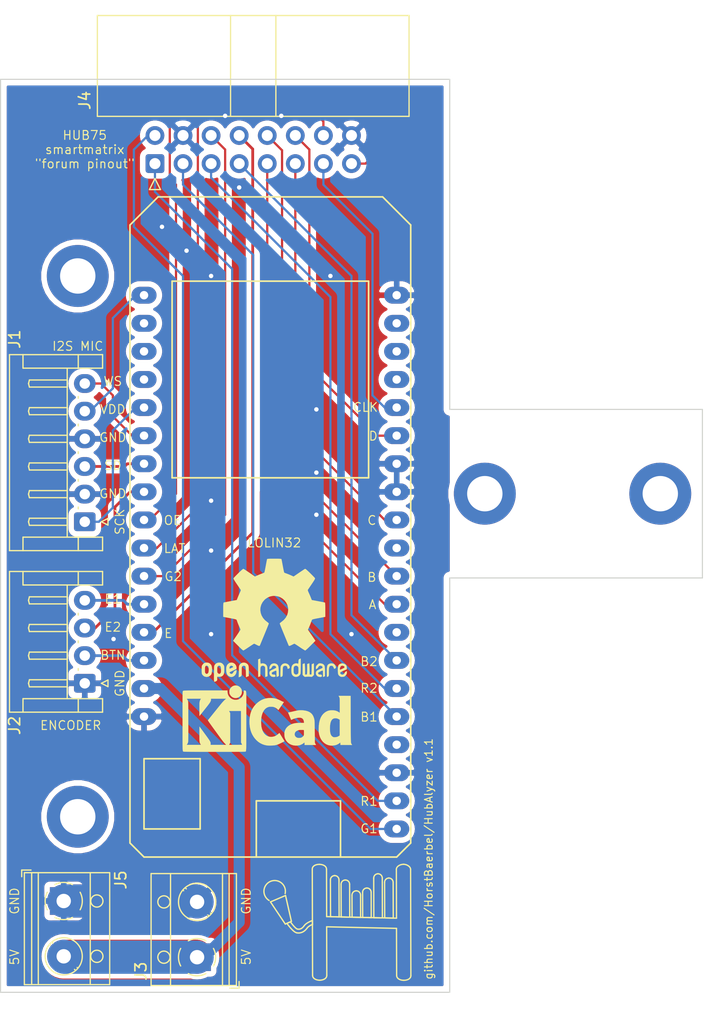
<source format=kicad_pcb>
(kicad_pcb (version 20171130) (host pcbnew 5.1.10)
  (layers (0 Front signal) (31 Back signal) (34 B.Paste user) (35 F.Paste user) (36 B.SilkS user) (37 F.SilkS user) (38 B.Mask user) (39 F.Mask user) (44 Edge.Cuts user))
  (net 0 "")
  (net 1 "Net-(U1-Pad33)")
  (net 2 "Net-(U1-Pad29)")
  (net 3 "Net-(U1-Pad26)")
  (net 4 "Net-(U1-Pad20)")
  (net 5 "Net-(U1-Pad19)")
  (net 6 "Net-(U1-Pad18)")
  (net 7 "Net-(U1-Pad4)")
  (net 8 "Net-(U1-Pad3)")
  (net 9 "Net-(U1-Pad2)")
  (net 10 GND)
  (net 11 +5V)
  (net 12 /R1)
  (net 13 /LAT)
  (net 14 /D)
  (net 15 /B)
  (net 16 /G2)
  (net 17 /G1)
  (net 18 /OE)
  (net 19 /CLK)
  (net 20 /C)
  (net 21 /A)
  (net 22 /B2)
  (net 23 /R2)
  (net 24 /B1)
  (net 25 /WS)
  (net 26 /VDD)
  (net 27 /SD)
  (net 28 /SCK)
  (net 29 /BTN)
  (net 30 /E1)
  (net 31 /E2)
  (net 32 /E)
  (module Symbol:OSHW-Logo2_14.6x12mm_SilkScreen (layer Front) (at 81.28 92.71)
    (fp_text reference H5 hide)
    (fp_text value "OH logo" hide)
  )
  (module Symbol:KiCad-Logo_6mm_SilkScreen (layer Front) (at 80.645 101.6)
    (fp_text reference H6 hide)
    (fp_text value "KiCad logo" hide)
  )
  (module Connector_JST:JST_EH_S4B-EH_1x04_P2.50mm_Horizontal (layer Front) (at 64.135 98.425 90)
    (fp_text reference J2 (at -3.81 -6.35 90) (layer F.SilkS))
    (fp_text value Conn_01x04_Male)
    (pad 4 thru_hole oval (at 7.5 0 90) (size 1.7 1.95) (drill 0.95) (layers *.Cu *.Mask) (net 30 /E1))
    (pad 3 thru_hole oval (at 5 0 90) (size 1.7 1.95) (drill 0.95) (layers *.Cu *.Mask) (net 31 /E2))
    (pad 2 thru_hole oval (at 2.5 0 90) (size 1.7 1.95) (drill 0.95) (layers *.Cu *.Mask) (net 29 /BTN))
    (pad 1 thru_hole roundrect (at 0 0 90) (size 1.7 1.95) (drill 0.95) (layers *.Cu *.Mask) (roundrect_rratio 0.147059) (net 10 GND))
  )
  (module MountingHole:MountingHole_3.2mm_M3_DIN965_Pad (layer Front) (at 116.205 81.28)
    (fp_text reference H4 (at 0 0) (layer F.SilkS))
    (fp_text value MountingHole)
    (pad 1 thru_hole circle (at 0 0) (size 5.6 5.6) (drill 3.2) (layers *.Cu *.Mask))
  )
  (module MountingHole:MountingHole_3.2mm_M3_DIN965_Pad (layer Front) (at 100.33 81.28)
    (fp_text reference H3 (at 0 0) (layer F.SilkS))
    (fp_text value MountingHole)
    (pad 1 thru_hole circle (at 0 0) (size 5.6 5.6) (drill 3.2) (layers *.Cu *.Mask))
  )
  (module MountingHole:MountingHole_3.2mm_M3_DIN965_Pad (layer Front) (at 63.5 110.49)
    (fp_text reference H2 (at 0 0) (layer F.SilkS))
    (fp_text value MountingHole)
    (pad 1 thru_hole circle (at 0 0) (size 5.6 5.6) (drill 3.2) (layers *.Cu *.Mask))
  )
  (module MountingHole:MountingHole_3.2mm_M3_DIN965_Pad (layer Front) (at 63.5 61.595)
    (fp_text reference H1 (at 0 0) (layer F.SilkS))
    (fp_text value MountingHole)
    (pad 1 thru_hole circle (at 0 0) (size 5.6 5.6) (drill 3.2) (layers *.Cu *.Mask))
  )
  (module Connector_IDC:IDC-Header_2x08_P2.54mm_Horizontal (layer Front) (at 70.485 51.435 90)
    (fp_text reference J4 (at 5.715 -6.35 90) (layer F.SilkS))
    (fp_text value Conn_02x08_Odd_Even)
    (pad 16 thru_hole circle (at 2.54 17.78 90) (size 1.7 1.7) (drill 1) (layers *.Cu *.Mask) (net 10 GND))
    (pad 14 thru_hole circle (at 2.54 15.24 90) (size 1.7 1.7) (drill 1) (layers *.Cu *.Mask) (net 13 /LAT))
    (pad 12 thru_hole circle (at 2.54 12.7 90) (size 1.7 1.7) (drill 1) (layers *.Cu *.Mask) (net 14 /D))
    (pad 10 thru_hole circle (at 2.54 10.16 90) (size 1.7 1.7) (drill 1) (layers *.Cu *.Mask) (net 15 /B))
    (pad 8 thru_hole circle (at 2.54 7.62 90) (size 1.7 1.7) (drill 1) (layers *.Cu *.Mask) (net 32 /E))
    (pad 6 thru_hole circle (at 2.54 5.08 90) (size 1.7 1.7) (drill 1) (layers *.Cu *.Mask) (net 16 /G2))
    (pad 4 thru_hole circle (at 2.54 2.54 90) (size 1.7 1.7) (drill 1) (layers *.Cu *.Mask) (net 10 GND))
    (pad 2 thru_hole circle (at 2.54 0 90) (size 1.7 1.7) (drill 1) (layers *.Cu *.Mask) (net 17 /G1))
    (pad 15 thru_hole circle (at 0 17.78 90) (size 1.7 1.7) (drill 1) (layers *.Cu *.Mask) (net 18 /OE))
    (pad 13 thru_hole circle (at 0 15.24 90) (size 1.7 1.7) (drill 1) (layers *.Cu *.Mask) (net 19 /CLK))
    (pad 11 thru_hole circle (at 0 12.7 90) (size 1.7 1.7) (drill 1) (layers *.Cu *.Mask) (net 20 /C))
    (pad 9 thru_hole circle (at 0 10.16 90) (size 1.7 1.7) (drill 1) (layers *.Cu *.Mask) (net 21 /A))
    (pad 7 thru_hole circle (at 0 7.62 90) (size 1.7 1.7) (drill 1) (layers *.Cu *.Mask) (net 22 /B2))
    (pad 5 thru_hole circle (at 0 5.08 90) (size 1.7 1.7) (drill 1) (layers *.Cu *.Mask) (net 23 /R2))
    (pad 3 thru_hole circle (at 0 2.54 90) (size 1.7 1.7) (drill 1) (layers *.Cu *.Mask) (net 24 /B1))
    (pad 1 thru_hole roundrect (at 0 0 90) (size 1.7 1.7) (drill 1) (layers *.Cu *.Mask) (roundrect_rratio 0.147059) (net 12 /R1))
  )
  (module footprints:Lolin32 (layer Front) (at 78.385 73.495)
    (fp_text reference U1 (at -14.885 36.995) (layer F.SilkS))
    (fp_text value Lolin32)
    (pad 36 thru_hole oval (at 13.97 38.1) (size 2.268 1.524) (drill 0.762) (layers *.Cu *.Mask) (net 17 /G1))
    (pad 35 thru_hole oval (at 13.97 35.56) (size 2.268 1.524) (drill 0.762) (layers *.Cu *.Mask) (net 12 /R1))
    (pad 34 thru_hole oval (at 13.97 33.02) (size 2.268 1.524) (drill 0.762) (layers *.Cu *.Mask) (net 10 GND))
    (pad 33 thru_hole oval (at 13.97 30.48) (size 2.268 1.524) (drill 0.762) (layers *.Cu *.Mask) (net 1 "Net-(U1-Pad33)"))
    (pad 32 thru_hole oval (at 13.97 27.94) (size 2.268 1.524) (drill 0.762) (layers *.Cu *.Mask) (net 24 /B1))
    (pad 31 thru_hole oval (at 13.97 25.4) (size 2.268 1.524) (drill 0.762) (layers *.Cu *.Mask) (net 23 /R2))
    (pad 30 thru_hole oval (at 13.97 22.86) (size 2.268 1.524) (drill 0.762) (layers *.Cu *.Mask) (net 22 /B2))
    (pad 29 thru_hole oval (at 13.97 20.32) (size 2.268 1.524) (drill 0.762) (layers *.Cu *.Mask) (net 2 "Net-(U1-Pad29)"))
    (pad 28 thru_hole oval (at 13.97 17.78) (size 2.268 1.524) (drill 0.762) (layers *.Cu *.Mask) (net 21 /A))
    (pad 27 thru_hole oval (at 13.97 15.24) (size 2.268 1.524) (drill 0.762) (layers *.Cu *.Mask) (net 15 /B))
    (pad 26 thru_hole oval (at 13.97 12.7) (size 2.268 1.524) (drill 0.762) (layers *.Cu *.Mask) (net 3 "Net-(U1-Pad26)"))
    (pad 25 thru_hole oval (at 13.97 10.16) (size 2.268 1.524) (drill 0.762) (layers *.Cu *.Mask) (net 20 /C))
    (pad 24 thru_hole oval (at 13.97 7.62) (size 2.268 1.524) (drill 0.762) (layers *.Cu *.Mask) (net 10 GND))
    (pad 23 thru_hole oval (at 13.97 5.08) (size 2.268 1.524) (drill 0.762) (layers *.Cu *.Mask) (net 10 GND))
    (pad 22 thru_hole oval (at 13.97 2.54) (size 2.268 1.524) (drill 0.762) (layers *.Cu *.Mask) (net 14 /D))
    (pad 21 thru_hole oval (at 13.97 0) (size 2.268 1.524) (drill 0.762) (layers *.Cu *.Mask) (net 19 /CLK))
    (pad 20 thru_hole oval (at 13.97 -2.54) (size 2.268 1.524) (drill 0.762) (layers *.Cu *.Mask) (net 4 "Net-(U1-Pad20)"))
    (pad 19 thru_hole oval (at 13.97 -5.08) (size 2.268 1.524) (drill 0.762) (layers *.Cu *.Mask) (net 5 "Net-(U1-Pad19)"))
    (pad 18 thru_hole oval (at 13.97 -7.62) (size 2.268 1.524) (drill 0.762) (layers *.Cu *.Mask) (net 6 "Net-(U1-Pad18)"))
    (pad 17 thru_hole oval (at 13.97 -10.16) (size 2.268 1.524) (drill 0.762) (layers *.Cu *.Mask) (net 10 GND))
    (pad 16 thru_hole oval (at -8.89 27.94) (size 2.268 1.524) (drill 0.762) (layers *.Cu *.Mask) (net 10 GND))
    (pad 15 thru_hole oval (at -8.89 25.4) (size 2.268 1.524) (drill 0.762) (layers *.Cu *.Mask) (net 11 +5V))
    (pad 14 thru_hole oval (at -8.89 22.86) (size 2.268 1.524) (drill 0.762) (layers *.Cu *.Mask) (net 29 /BTN))
    (pad 13 thru_hole oval (at -8.89 20.32) (size 2.268 1.524) (drill 0.762) (layers *.Cu *.Mask) (net 32 /E))
    (pad 12 thru_hole oval (at -8.89 17.78) (size 2.268 1.524) (drill 0.762) (layers *.Cu *.Mask) (net 30 /E1))
    (pad 11 thru_hole oval (at -8.89 15.24) (size 2.268 1.524) (drill 0.762) (layers *.Cu *.Mask) (net 16 /G2))
    (pad 10 thru_hole oval (at -8.89 12.7) (size 2.268 1.524) (drill 0.762) (layers *.Cu *.Mask) (net 13 /LAT))
    (pad 9 thru_hole oval (at -8.89 10.16) (size 2.268 1.524) (drill 0.762) (layers *.Cu *.Mask) (net 18 /OE))
    (pad 8 thru_hole oval (at -8.89 7.62) (size 2.268 1.524) (drill 0.762) (layers *.Cu *.Mask) (net 31 /E2))
    (pad 7 thru_hole oval (at -8.89 5.08) (size 2.268 1.524) (drill 0.762) (layers *.Cu *.Mask) (net 27 /SD))
    (pad 6 thru_hole oval (at -8.89 2.54) (size 2.268 1.524) (drill 0.762) (layers *.Cu *.Mask) (net 25 /WS))
    (pad 5 thru_hole oval (at -8.89 0) (size 2.268 1.524) (drill 0.762) (layers *.Cu *.Mask) (net 28 /SCK))
    (pad 4 thru_hole oval (at -8.89 -2.54) (size 2.268 1.524) (drill 0.762) (layers *.Cu *.Mask) (net 7 "Net-(U1-Pad4)"))
    (pad 3 thru_hole oval (at -8.89 -5.08) (size 2.268 1.524) (drill 0.762) (layers *.Cu *.Mask) (net 8 "Net-(U1-Pad3)"))
    (pad 2 thru_hole oval (at -8.89 -7.62) (size 2.268 1.524) (drill 0.762) (layers *.Cu *.Mask) (net 9 "Net-(U1-Pad2)"))
    (pad 1 thru_hole oval (at -8.89 -10.16) (size 2.268 1.524) (drill 0.762) (layers *.Cu *.Mask) (net 26 /VDD))
  )
  (module TerminalBlock_RND:TerminalBlock_RND_205-00012_1x02_P5.00mm_Horizontal (layer Front) (at 62.23 118.11 270)
    (fp_text reference J5 (at -1.905 -5.16 90) (layer F.SilkS))
    (fp_text value Screw_Terminal_01x02)
    (pad 2 thru_hole circle (at 5 0 270) (size 2.5 2.5) (drill 1.3) (layers *.Cu *.Mask) (net 11 +5V))
    (pad 1 thru_hole rect (at 0 0 270) (size 2.5 2.5) (drill 1.3) (layers *.Cu *.Mask) (net 10 GND))
  )
  (module TerminalBlock_RND:TerminalBlock_RND_205-00012_1x02_P5.00mm_Horizontal (layer Front) (at 74.295 123.19 90)
    (fp_text reference J3 (at -1.27 -5.08 90) (layer F.SilkS))
    (fp_text value Screw_Terminal_01x02)
    (pad 2 thru_hole circle (at 5 0 90) (size 2.5 2.5) (drill 1.3) (layers *.Cu *.Mask) (net 10 GND))
    (pad 1 thru_hole rect (at 0 0 90) (size 2.5 2.5) (drill 1.3) (layers *.Cu *.Mask) (net 11 +5V))
  )
  (module Connector_JST:JST_EH_S6B-EH_1x06_P2.50mm_Horizontal (layer Front) (at 64.135 83.82 90)
    (fp_text reference J1 (at 16.51 -6.35 90) (layer F.SilkS))
    (fp_text value Conn_01x06_Male)
    (pad 6 thru_hole oval (at 12.5 0 90) (size 1.7 1.95) (drill 0.95) (layers *.Cu *.Mask) (net 25 /WS))
    (pad 5 thru_hole oval (at 10 0 90) (size 1.7 1.95) (drill 0.95) (layers *.Cu *.Mask) (net 26 /VDD))
    (pad 4 thru_hole oval (at 7.5 0 90) (size 1.7 1.95) (drill 0.95) (layers *.Cu *.Mask) (net 10 GND))
    (pad 3 thru_hole oval (at 5 0 90) (size 1.7 1.95) (drill 0.95) (layers *.Cu *.Mask) (net 27 /SD))
    (pad 2 thru_hole oval (at 2.5 0 90) (size 1.7 1.95) (drill 0.95) (layers *.Cu *.Mask) (net 10 GND))
    (pad 1 thru_hole roundrect (at 0 0 90) (size 1.7 1.95) (drill 0.95) (layers *.Cu *.Mask) (roundrect_rratio 0.147059) (net 28 /SCK))
  )
  (gr_text CLK (at 89.535 73.4695) (layer F.SilkS) (effects (font (size 0.8 0.8) (thickness 0.1))))
  (gr_text D (at 90.2335 76.073) (layer F.SilkS) (effects (font (size 0.8 0.8) (thickness 0.1))))
  (gr_text C (at 90.1065 83.693) (layer F.SilkS) (effects (font (size 0.8 0.8) (thickness 0.1))))
  (gr_text B (at 90.1065 88.8365) (layer F.SilkS) (effects (font (size 0.8 0.8) (thickness 0.1))))
  (gr_text A (at 90.17 91.313) (layer F.SilkS) (effects (font (size 0.8 0.8) (thickness 0.1))))
  (gr_text B2 (at 89.8525 96.4565) (layer F.SilkS) (effects (font (size 0.8 0.8) (thickness 0.1))))
  (gr_text R2 (at 89.8525 98.8695) (layer F.SilkS) (effects (font (size 0.8 0.8) (thickness 0.1))))
  (gr_text B1 (at 89.8525 101.473) (layer F.SilkS) (effects (font (size 0.8 0.8) (thickness 0.1))))
  (gr_text R1 (at 89.8525 109.093) (layer F.SilkS) (effects (font (size 0.8 0.8) (thickness 0.1))))
  (gr_text G1 (at 89.8525 111.5695) (layer F.SilkS) (effects (font (size 0.8 0.8) (thickness 0.1))))
  (gr_text E (at 71.6915 93.9165) (layer F.SilkS) (effects (font (size 0.8 0.8) (thickness 0.1))))
  (gr_text G2 (at 72.136 88.773) (layer F.SilkS) (effects (font (size 0.8 0.8) (thickness 0.1))))
  (gr_text LAT (at 72.263 86.233) (layer F.SilkS) (effects (font (size 0.8 0.8) (thickness 0.1))))
  (gr_text OE (at 72.0725 83.693) (layer F.SilkS) (effects (font (size 0.8 0.8) (thickness 0.1))))
  (gr_curve (pts (xy 85.373655 125.270616) (xy 85.700491 125.274989) (xy 86.038913 125.123699) (xy 86.032219 124.826153)) (layer F.SilkS) (width 0.122499))
  (gr_line (start 86.373182 119.526885) (end 87.147106 119.550055) (layer F.SilkS) (width 0.122499))
  (gr_line (start 86.020107 120.442008) (end 92.338327 120.58318) (layer F.SilkS) (width 0.122499))
  (gr_curve (pts (xy 84.744531 124.823092) (xy 84.741397 125.113427) (xy 85.056724 125.266377) (xy 85.373655 125.270616)) (layer F.SilkS) (width 0.122499))
  (gr_line (start 80.934171 118.190137) (end 82.299425 117.611482) (layer F.SilkS) (width 0.122499))
  (gr_line (start 86.032219 124.826153) (end 86.020107 120.442008) (layer F.SilkS) (width 0.122499))
  (gr_line (start 82.299425 117.611482) (end 82.831368 119.952632) (layer F.SilkS) (width 0.122499))
  (gr_curve (pts (xy 87.703946 116.20773) (xy 87.490309 116.21193) (xy 87.320208 116.38784) (xy 87.323867 116.60148)) (layer F.SilkS) (width 0.122499))
  (gr_line (start 82.831368 119.952632) (end 82.276018 120.195021) (layer F.SilkS) (width 0.122499))
  (gr_curve (pts (xy 92.351893 124.832784) (xy 92.348682 125.130198) (xy 92.67399 125.276202) (xy 92.990922 125.280441)) (layer F.SilkS) (width 0.122499))
  (gr_line (start 88.315421 119.572601) (end 87.334365 119.550657) (layer F.SilkS) (width 0.122499))
  (gr_line (start 86.02014 119.521296) (end 86.006881 115.243371) (layer F.SilkS) (width 0.122499))
  (gr_line (start 82.276018 120.195021) (end 80.934171 118.190137) (layer F.SilkS) (width 0.122499))
  (gr_curve (pts (xy 84.731611 119.874526) (xy 84.731611 119.874526) (xy 84.183628 120.055721) (xy 83.978357 120.354411)) (layer F.SilkS) (width 0.122499))
  (gr_curve (pts (xy 82.423685 120.12801) (xy 82.423685 120.12801) (xy 82.959767 120.908048) (xy 83.302969 120.983319)) (layer F.SilkS) (width 0.122499))
  (gr_line (start 92.338327 120.58318) (end 92.351893 124.832784) (layer F.SilkS) (width 0.122499))
  (gr_curve (pts (xy 83.978357 120.354411) (xy 83.80874 120.601217) (xy 83.59511 120.696235) (xy 83.376794 120.648355)) (layer F.SilkS) (width 0.122499))
  (gr_line (start 92.326627 115.242972) (end 92.338358 119.662527) (layer F.SilkS) (width 0.122499))
  (gr_line (start 91.261367 116.427852) (end 91.272868 119.636856) (layer F.SilkS) (width 0.122499))
  (gr_curve (pts (xy 85.367853 114.795714) (xy 85.041016 114.791342) (xy 84.712575 114.935679) (xy 84.719269 115.233226)) (layer F.SilkS) (width 0.122499))
  (gr_curve (pts (xy 86.006881 115.243371) (xy 86.010092 114.945952) (xy 85.684785 114.799954) (xy 85.367853 114.795714)) (layer F.SilkS) (width 0.122499))
  (gr_line (start 91.272868 119.636856) (end 92.046774 119.655685) (layer F.SilkS) (width 0.122499))
  (gr_line (start 92.046774 119.655685) (end 92.035196 116.425059) (layer F.SilkS) (width 0.122499))
  (gr_curve (pts (xy 93.614243 115.253063) (xy 93.616842 115.012296) (xy 93.302203 114.795616) (xy 92.985271 114.791376)) (layer F.SilkS) (width 0.122499))
  (gr_line (start 91.641446 116.034046) (end 91.641446 116.034046) (layer F.SilkS) (width 0.122499))
  (gr_line (start 93.639505 124.842923) (end 93.614243 115.253063) (layer F.SilkS) (width 0.122499))
  (gr_line (start 86.740074 115.811208) (end 86.740074 115.811208) (layer F.SilkS) (width 0.122499))
  (gr_curve (pts (xy 80.80941 118.057787) (xy 80.386741 117.799528) (xy 80.22614 117.264571) (xy 80.436672 116.816215)) (layer F.SilkS) (width 0.122499))
  (gr_curve (pts (xy 83.302969 120.983319) (xy 83.668266 121.063428) (xy 84.03173 120.880707) (xy 84.26 120.548549)) (layer F.SilkS) (width 0.122499))
  (gr_curve (pts (xy 80.436672 116.816215) (xy 80.647204 116.367858) (xy 81.16141 116.149766) (xy 81.630086 116.31005)) (layer F.SilkS) (width 0.122499))
  (gr_curve (pts (xy 81.630086 116.31005) (xy 82.09876 116.470334) (xy 82.371728 116.957634) (xy 82.263611 117.441015)) (layer F.SilkS) (width 0.122499))
  (gr_curve (pts (xy 92.990922 125.280441) (xy 93.317757 125.284814) (xy 93.646199 125.140476) (xy 93.639505 124.842923)) (layer F.SilkS) (width 0.122499))
  (gr_curve (pts (xy 92.035196 116.425059) (xy 92.037366 116.207135) (xy 91.859352 116.030336) (xy 91.641446 116.034046)) (layer F.SilkS) (width 0.122499))
  (gr_line (start 89.652192 116.933609) (end 89.652188 116.933707) (layer F.SilkS) (width 0.122499))
  (gr_curve (pts (xy 91.052189 116.039527) (xy 91.054989 115.820595) (xy 90.875981 115.642817) (xy 90.657071 115.647142)) (layer F.SilkS) (width 0.122499))
  (gr_line (start 90.276992 116.040934) (end 90.287352 119.61806) (layer F.SilkS) (width 0.122499))
  (gr_line (start 84.719269 115.233226) (end 84.744531 124.823092) (layer F.SilkS) (width 0.122499))
  (gr_line (start 90.287352 119.61806) (end 91.062598 119.63395) (layer F.SilkS) (width 0.122499))
  (gr_line (start 91.062598 119.63395) (end 91.052189 116.039527) (layer F.SilkS) (width 0.122499))
  (gr_curve (pts (xy 91.641446 116.034102) (xy 91.427809 116.038302) (xy 91.257708 116.214212) (xy 91.261367 116.427852)) (layer F.SilkS) (width 0.122499))
  (gr_line (start 90.657071 115.647142) (end 90.657071 115.647142) (layer F.SilkS) (width 0.122499))
  (gr_curve (pts (xy 90.657071 115.647184) (xy 90.443508 115.651384) (xy 90.273507 115.827364) (xy 90.276992 116.040934)) (layer F.SilkS) (width 0.122499))
  (gr_line (start 89.092489 119.589087) (end 89.086119 117.580297) (layer F.SilkS) (width 0.122499))
  (gr_line (start 92.985271 114.791376) (end 92.985271 114.791376) (layer F.SilkS) (width 0.122499))
  (gr_line (start 87.147106 119.550055) (end 87.135192 116.202221) (layer F.SilkS) (width 0.122499))
  (gr_curve (pts (xy 89.652188 116.933707) (xy 89.438551 116.937907) (xy 89.26845 117.113817) (xy 89.27211 117.327457)) (layer F.SilkS) (width 0.122499))
  (gr_line (start 82.737975 119.991202) (end 82.423685 120.12801) (layer F.SilkS) (width 0.122499))
  (gr_line (start 88.691002 117.187912) (end 88.691055 117.188003) (layer F.SilkS) (width 0.122499))
  (gr_curve (pts (xy 90.045942 117.324629) (xy 90.048112 117.106698) (xy 89.8701 116.929899) (xy 89.652192 116.933609)) (layer F.SilkS) (width 0.122499))
  (gr_line (start 89.27211 117.327457) (end 89.279425 119.596353) (layer F.SilkS) (width 0.122499))
  (gr_line (start 89.279425 119.596353) (end 90.053313 119.612243) (layer F.SilkS) (width 0.122499))
  (gr_line (start 90.053313 119.612243) (end 90.045942 117.324629) (layer F.SilkS) (width 0.122499))
  (gr_line (start 88.318488 119.573197) (end 89.092489 119.589087) (layer F.SilkS) (width 0.122499))
  (gr_line (start 87.323867 116.60148) (end 87.334367 119.55072) (layer F.SilkS) (width 0.122499))
  (gr_line (start 87.334367 119.55072) (end 88.108276 119.57046) (layer F.SilkS) (width 0.122499))
  (gr_line (start 88.108276 119.57046) (end 88.097699 116.598715) (layer F.SilkS) (width 0.122499))
  (gr_line (start 87.334365 119.550657) (end 86.02014 119.521296) (layer F.SilkS) (width 0.122499))
  (gr_curve (pts (xy 88.691055 117.188003) (xy 88.476872 117.192203) (xy 88.306549 117.368953) (xy 88.310977 117.583125)) (layer F.SilkS) (width 0.122499))
  (gr_line (start 87.703949 116.207695) (end 87.703949 116.207695) (layer F.SilkS) (width 0.122499))
  (gr_curve (pts (xy 89.086119 117.580297) (xy 89.089129 117.361288) (xy 88.909986 117.183404) (xy 88.691002 117.187912)) (layer F.SilkS) (width 0.122499))
  (gr_line (start 88.310977 117.583125) (end 88.318488 119.573197) (layer F.SilkS) (width 0.122499))
  (gr_line (start 92.338358 119.662527) (end 89.092632 119.589983) (layer F.SilkS) (width 0.122499))
  (gr_curve (pts (xy 88.097699 116.598715) (xy 88.099869 116.380784) (xy 87.921857 116.203985) (xy 87.703949 116.207695)) (layer F.SilkS) (width 0.122499))
  (gr_curve (pts (xy 83.376794 120.648355) (xy 83.172531 120.603555) (xy 82.737975 119.991202) (xy 82.737975 119.991202)) (layer F.SilkS) (width 0.122499))
  (gr_line (start 89.092632 119.589983) (end 88.315421 119.572601) (layer F.SilkS) (width 0.122499))
  (gr_line (start 84.737932 120.225969) (end 84.731611 119.874526) (layer F.SilkS) (width 0.122499))
  (gr_curve (pts (xy 92.985267 114.791429) (xy 92.648527 114.786924) (xy 92.329302 114.995125) (xy 92.326627 115.242972)) (layer F.SilkS) (width 0.122499))
  (gr_curve (pts (xy 84.26 120.548549) (xy 84.386761 120.364099) (xy 84.737932 120.225969) (xy 84.737932 120.225969)) (layer F.SilkS) (width 0.122499))
  (gr_curve (pts (xy 87.135192 116.202221) (xy 87.137432 115.983751) (xy 86.958512 115.806721) (xy 86.740074 115.811208)) (layer F.SilkS) (width 0.122499))
  (gr_curve (pts (xy 86.740079 115.81125) (xy 86.526441 115.815451) (xy 86.356341 115.99136) (xy 86.36 116.205)) (layer F.SilkS) (width 0.122499))
  (gr_line (start 86.36 116.205) (end 86.373182 119.526885) (layer F.SilkS) (width 0.122499))
  (gr_text "github.com/HorstBaerbel/HubAlyzer v1.1" (at 95.25 114.3 90) (layer F.SilkS) (effects (font (size 0.7 0.7) (thickness 0.1))))
  (gr_text "HUB75\nsmartmatrix\n\"forum pinout\"" (at 64.135 50.165) (layer F.SilkS) (effects (font (size 0.8 0.8) (thickness 0.1))))
  (gr_text LOLIN32 (at 81.28 85.725) (layer F.SilkS) (effects (font (size 0.8 0.8) (thickness 0.1))))
  (gr_line (start 97.155 43.815) (end 56.515 43.815) (layer Edge.Cuts) (width 0.1))
  (gr_text "I2S MIC" (at 63.5 67.945) (layer F.SilkS) (effects (font (size 0.8 0.8) (thickness 0.1))))
  (gr_text ENCODER (at 62.865 102.235) (layer F.SilkS) (effects (font (size 0.8 0.8) (thickness 0.1))))
  (gr_text GND (at 57.785 118.11 90) (layer F.SilkS) (effects (font (size 0.8 0.8) (thickness 0.1))))
  (gr_text GND (at 78.74 118.11 90) (layer F.SilkS) (effects (font (size 0.8 0.8) (thickness 0.1))))
  (gr_text 5V (at 78.74 123.19 90) (layer F.SilkS) (effects (font (size 0.8 0.8) (thickness 0.1))))
  (gr_text 5V (at 57.785 123.19 90) (layer F.SilkS) (effects (font (size 0.8 0.8) (thickness 0.1))))
  (gr_text GND (at 67.31 98.425 90) (layer F.SilkS) (effects (font (size 0.8 0.8) (thickness 0.1))))
  (gr_text BTN (at 66.675 95.885) (layer F.SilkS) (effects (font (size 0.8 0.8) (thickness 0.1))))
  (gr_text E2 (at 66.675 93.345) (layer F.SilkS) (effects (font (size 0.8 0.8) (thickness 0.1))))
  (gr_text E1 (at 66.675 90.805) (layer F.SilkS) (effects (font (size 0.8 0.8) (thickness 0.1))))
  (gr_text SD (at 66.675 78.74) (layer F.SilkS) (effects (font (size 0.8 0.8) (thickness 0.1))))
  (gr_text SCK (at 67.31 83.82 90) (layer F.SilkS) (effects (font (size 0.8 0.8) (thickness 0.1))))
  (gr_text GND (at 66.675 81.28) (layer F.SilkS) (effects (font (size 0.8 0.8) (thickness 0.1))))
  (gr_text GND (at 66.675 76.2) (layer F.SilkS) (effects (font (size 0.8 0.8) (thickness 0.1))))
  (gr_text VDD (at 66.675 73.66) (layer F.SilkS) (effects (font (size 0.8 0.8) (thickness 0.1))))
  (gr_text WS (at 66.675 71.12) (layer F.SilkS) (effects (font (size 0.8 0.8) (thickness 0.1))))
  (gr_line (start 97.155 73.66) (end 97.155 43.815) (layer Edge.Cuts) (width 0.1))
  (gr_line (start 120.015 73.66) (end 97.155 73.66) (layer Edge.Cuts) (width 0.1))
  (gr_line (start 120.015 88.9) (end 120.015 73.66) (layer Edge.Cuts) (width 0.1))
  (gr_line (start 97.155 88.9) (end 120.015 88.9) (layer Edge.Cuts) (width 0.1))
  (gr_line (start 97.155 126.365) (end 97.155 88.9) (layer Edge.Cuts) (width 0.1))
  (gr_line (start 56.515 126.365) (end 97.155 126.365) (layer Edge.Cuts) (width 0.1))
  (gr_line (start 56.515 43.815) (end 56.515 126.365) (layer Edge.Cuts) (width 0.1))
  (segment (start 74.215 118.11) (end 74.295 118.19) (width 3) (layer Front) (net 10))
  (segment (start 62.23 118.11) (end 74.215 118.11) (width 3) (layer Front) (net 10))
  (segment (start 74.215 118.11) (end 74.295 118.19) (width 3) (layer Back) (net 10))
  (segment (start 62.23 118.11) (end 74.215 118.11) (width 3) (layer Back) (net 10))
  (via (at 75.565 93.98) (size 0.8) (drill 0.4) (layers Front Back) (net 10))
  (via (at 86.36 61.595) (size 0.8) (drill 0.4) (layers Front Back) (net 10))
  (via (at 88.265 93.98) (size 0.8) (drill 0.4) (layers Front Back) (net 10))
  (via (at 75.565 61.595) (size 0.8) (drill 0.4) (layers Front Back) (net 10))
  (via (at 73.3425 59.309) (size 0.8) (drill 0.4) (layers Front Back) (net 10))
  (via (at 71.12 57.15) (size 0.8) (drill 0.4) (layers Front Back) (net 10))
  (via (at 85.09 83.185) (size 0.8) (drill 0.4) (layers Front Back) (net 10))
  (via (at 85.09 73.66) (size 0.8) (drill 0.4) (layers Front Back) (net 10))
  (via (at 85.09 79.375) (size 0.8) (drill 0.4) (layers Front Back) (net 10))
  (via (at 75.565 81.915) (size 0.8) (drill 0.4) (layers Front Back) (net 10))
  (via (at 66.7385 94.4245) (size 0.8) (drill 0.4) (layers Front Back) (net 10))
  (via (at 76.835 47.117) (size 0.8) (drill 0.4) (layers Front Back) (net 10))
  (via (at 81.915 47.117) (size 0.8) (drill 0.4) (layers Front Back) (net 10))
  (via (at 78.105 53.594) (size 0.8) (drill 0.4) (layers Front Back) (net 10))
  (via (at 75.565 86.4235) (size 0.8) (drill 0.4) (layers Front Back) (net 10))
  (segment (start 74.215 123.11) (end 74.295 123.19) (width 3) (layer Front) (net 11))
  (segment (start 62.23 123.11) (end 74.215 123.11) (width 3) (layer Front) (net 11))
  (segment (start 62.31 123.19) (end 62.23 123.11) (width 3) (layer Back) (net 11))
  (segment (start 74.295 123.19) (end 62.31 123.19) (width 3) (layer Back) (net 11))
  (segment (start 74.295 123.19) (end 74.93 123.19) (width 1) (layer Back) (net 11))
  (segment (start 74.93 123.19) (end 78.105 120.015) (width 1) (layer Back) (net 11))
  (segment (start 78.105 120.015) (end 78.105 106.045) (width 1) (layer Back) (net 11))
  (segment (start 70.955 98.895) (end 69.495 98.895) (width 1) (layer Back) (net 11))
  (segment (start 78.105 106.045) (end 70.955 98.895) (width 1) (layer Back) (net 11))
  (segment (start 90.64 109.055) (end 92.355 109.055) (width 0.2) (layer Back) (net 12))
  (segment (start 77.47 95.885) (end 90.64 109.055) (width 0.2) (layer Back) (net 12))
  (segment (start 77.47 60.96) (end 77.47 95.885) (width 0.2) (layer Back) (net 12))
  (segment (start 70.485 53.975) (end 77.47 60.96) (width 0.2) (layer Back) (net 12))
  (segment (start 70.485 51.435) (end 70.485 53.975) (width 0.2) (layer Back) (net 12))
  (segment (start 69.495 86.195) (end 70.65 86.195) (width 0.2) (layer Front) (net 13))
  (segment (start 74.364999 82.480001) (end 74.364999 46.920001) (width 0.2) (layer Front) (net 13))
  (segment (start 70.65 86.195) (end 74.364999 82.480001) (width 0.2) (layer Front) (net 13))
  (segment (start 74.364999 46.920001) (end 74.93 46.355) (width 0.2) (layer Front) (net 13))
  (segment (start 74.93 46.355) (end 84.455 46.355) (width 0.2) (layer Front) (net 13))
  (segment (start 85.725 47.625) (end 85.725 48.895) (width 0.2) (layer Front) (net 13))
  (segment (start 84.455 46.355) (end 85.725 47.625) (width 0.2) (layer Front) (net 13))
  (segment (start 92.355 76.035) (end 90.64 76.035) (width 0.2) (layer Front) (net 14))
  (segment (start 90.64 76.035) (end 84.455 69.85) (width 0.2) (layer Front) (net 14))
  (segment (start 84.455 50.165) (end 83.185 48.895) (width 0.2) (layer Front) (net 14))
  (segment (start 84.455 69.85) (end 84.455 50.165) (width 0.2) (layer Front) (net 14))
  (segment (start 81.984999 78.364999) (end 81.984999 50.234999) (width 0.2) (layer Front) (net 15))
  (segment (start 92.355 88.735) (end 81.984999 78.364999) (width 0.2) (layer Front) (net 15))
  (segment (start 81.984999 50.234999) (end 80.645 48.895) (width 0.2) (layer Front) (net 15))
  (segment (start 69.495 88.735) (end 71.285 88.735) (width 0.2) (layer Front) (net 16))
  (segment (start 71.285 88.735) (end 76.835 83.185) (width 0.2) (layer Front) (net 16))
  (segment (start 76.835 50.165) (end 75.565 48.895) (width 0.2) (layer Front) (net 16))
  (segment (start 76.835 83.185) (end 76.835 50.165) (width 0.2) (layer Front) (net 16))
  (segment (start 92.355 111.595) (end 90.005 111.595) (width 0.2) (layer Back) (net 17))
  (segment (start 90.005 111.595) (end 73.025 94.615) (width 0.2) (layer Back) (net 17))
  (segment (start 73.025 94.615) (end 73.025 61.595) (width 0.2) (layer Back) (net 17))
  (segment (start 73.025 61.595) (end 68.58 57.15) (width 0.2) (layer Back) (net 17))
  (segment (start 68.58 57.15) (end 68.58 50.165) (width 0.2) (layer Back) (net 17))
  (segment (start 69.85 48.895) (end 70.485 48.895) (width 0.2) (layer Back) (net 17))
  (segment (start 68.58 50.165) (end 69.85 48.895) (width 0.2) (layer Back) (net 17))
  (segment (start 90.805 50.165) (end 89.535 51.435) (width 0.2) (layer Front) (net 18))
  (segment (start 72.39 45.72) (end 88.265 45.72) (width 0.2) (layer Front) (net 18))
  (segment (start 71.824999 46.285001) (end 72.39 45.72) (width 0.2) (layer Front) (net 18))
  (segment (start 90.805 48.26) (end 90.805 50.165) (width 0.2) (layer Front) (net 18))
  (segment (start 88.265 45.72) (end 90.805 48.26) (width 0.2) (layer Front) (net 18))
  (segment (start 71.824999 52.774999) (end 71.824999 46.285001) (width 0.2) (layer Front) (net 18))
  (segment (start 72.39 53.34) (end 71.824999 52.774999) (width 0.2) (layer Front) (net 18))
  (segment (start 72.39 81.28) (end 72.39 53.34) (width 0.2) (layer Front) (net 18))
  (segment (start 70.015 83.655) (end 72.39 81.28) (width 0.2) (layer Front) (net 18))
  (segment (start 89.535 51.435) (end 88.265 51.435) (width 0.2) (layer Front) (net 18))
  (segment (start 69.495 83.655) (end 70.015 83.655) (width 0.2) (layer Front) (net 18))
  (segment (start 90.17 57.785) (end 85.725 53.34) (width 0.2) (layer Back) (net 19))
  (segment (start 85.725 53.34) (end 85.725 51.435) (width 0.2) (layer Back) (net 19))
  (segment (start 90.17 72.39) (end 90.17 57.785) (width 0.2) (layer Back) (net 19))
  (segment (start 91.275 73.495) (end 90.17 72.39) (width 0.2) (layer Back) (net 19))
  (segment (start 92.355 73.495) (end 91.275 73.495) (width 0.2) (layer Back) (net 19))
  (segment (start 92.355 83.655) (end 91.275 83.655) (width 0.2) (layer Front) (net 20))
  (segment (start 83.185 75.565) (end 83.185 51.435) (width 0.2) (layer Front) (net 20))
  (segment (start 91.275 83.655) (end 83.185 75.565) (width 0.2) (layer Front) (net 20))
  (segment (start 80.645 80.645) (end 80.645 51.435) (width 0.2) (layer Front) (net 21))
  (segment (start 91.275 91.275) (end 80.645 80.645) (width 0.2) (layer Front) (net 21))
  (segment (start 92.355 91.275) (end 91.275 91.275) (width 0.2) (layer Front) (net 21))
  (segment (start 92.355 96.355) (end 88.265 92.265) (width 0.2) (layer Back) (net 22))
  (segment (start 88.265 92.265) (end 88.265 61.595) (width 0.2) (layer Back) (net 22))
  (segment (start 88.265 61.595) (end 78.105 51.435) (width 0.2) (layer Back) (net 22))
  (segment (start 75.565 52.705) (end 75.565 51.435) (width 0.2) (layer Back) (net 23))
  (segment (start 86.36 93.98) (end 86.36 63.5) (width 0.2) (layer Back) (net 23))
  (segment (start 91.275 98.895) (end 86.36 93.98) (width 0.2) (layer Back) (net 23))
  (segment (start 86.36 63.5) (end 75.565 52.705) (width 0.2) (layer Back) (net 23))
  (segment (start 92.355 98.895) (end 91.275 98.895) (width 0.2) (layer Back) (net 23))
  (segment (start 73.025 53.34) (end 73.025 51.435) (width 0.2) (layer Back) (net 24))
  (segment (start 79.375 59.69) (end 73.025 53.34) (width 0.2) (layer Back) (net 24))
  (segment (start 79.375 88.455) (end 79.375 59.69) (width 0.2) (layer Back) (net 24))
  (segment (start 92.355 101.435) (end 79.375 88.455) (width 0.2) (layer Back) (net 24))
  (segment (start 69.495 76.035) (end 68.415 76.035) (width 0.2) (layer Front) (net 25))
  (segment (start 68.415 76.035) (end 66.675 74.295) (width 0.2) (layer Front) (net 25))
  (segment (start 66.675 74.295) (end 66.675 72.39) (width 0.2) (layer Front) (net 25))
  (segment (start 65.605 71.32) (end 64.135 71.32) (width 0.2) (layer Front) (net 25))
  (segment (start 66.675 72.39) (end 65.605 71.32) (width 0.2) (layer Front) (net 25))
  (segment (start 64.135 73.82) (end 64.61 73.82) (width 0.2) (layer Back) (net 26))
  (segment (start 64.61 73.82) (end 66.675 71.755) (width 0.2) (layer Back) (net 26))
  (segment (start 66.675 71.755) (end 66.675 65.405) (width 0.2) (layer Back) (net 26))
  (segment (start 68.745 63.335) (end 69.495 63.335) (width 0.2) (layer Back) (net 26))
  (segment (start 66.675 65.405) (end 68.745 63.335) (width 0.2) (layer Back) (net 26))
  (segment (start 69.495 78.575) (end 67.9857 78.575) (width 0.25) (layer Front) (net 27))
  (segment (start 64.135 78.82) (end 67.7407 78.82) (width 0.25) (layer Front) (net 27))
  (segment (start 67.7407 78.82) (end 67.9857 78.575) (width 0.25) (layer Front) (net 27))
  (segment (start 69.495 73.495) (end 68.745 73.495) (width 0.2) (layer Back) (net 28))
  (segment (start 68.745 73.495) (end 66.675 75.565) (width 0.2) (layer Back) (net 28))
  (segment (start 66.675 75.565) (end 66.675 82.55) (width 0.2) (layer Back) (net 28))
  (segment (start 65.405 83.82) (end 64.135 83.82) (width 0.2) (layer Back) (net 28))
  (segment (start 66.675 82.55) (end 65.405 83.82) (width 0.2) (layer Back) (net 28))
  (segment (start 69.495 96.355) (end 67.9857 96.355) (width 0.25) (layer Back) (net 29))
  (segment (start 64.135 95.925) (end 67.5557 95.925) (width 0.25) (layer Back) (net 29))
  (segment (start 67.5557 95.925) (end 67.9857 96.355) (width 0.25) (layer Back) (net 29))
  (segment (start 69.495 91.275) (end 67.9857 91.275) (width 0.25) (layer Back) (net 30))
  (segment (start 64.135 90.925) (end 67.6357 90.925) (width 0.25) (layer Back) (net 30))
  (segment (start 67.6357 90.925) (end 67.9857 91.275) (width 0.25) (layer Back) (net 30))
  (segment (start 64.135 93.425) (end 65.071 93.425) (width 0.25) (layer Front) (net 31))
  (segment (start 65.071 93.425) (end 66.8655 91.6305) (width 0.25) (layer Front) (net 31))
  (segment (start 66.8655 91.6305) (end 66.8655 82.4865) (width 0.25) (layer Front) (net 31))
  (segment (start 68.237 81.115) (end 69.495 81.115) (width 0.25) (layer Front) (net 31))
  (segment (start 66.8655 82.4865) (end 68.237 81.115) (width 0.25) (layer Front) (net 31))
  (segment (start 69.495 93.815) (end 70.3325 93.815) (width 0.25) (layer Front) (net 32))
  (segment (start 79.330001 50.120001) (end 78.105 48.895) (width 0.25) (layer Front) (net 32))
  (segment (start 79.330001 84.817499) (end 79.330001 50.120001) (width 0.25) (layer Front) (net 32))
  (segment (start 70.3325 93.815) (end 79.330001 84.817499) (width 0.25) (layer Front) (net 32))
  (zone (net 10) (net_name GND) (layer Back) (connect_pads (clearance 0.508)) (min_thickness 0.254) (fill yes (arc_segments 32) (thermal_gap 0.508) (thermal_bridge_width 0.508))
    (polygon (pts (xy 97.155 126.365) (xy 56.515 126.365) (xy 56.515 43.815) (xy 97.155 43.815)))
  )
  (zone (net 10) (net_name GND) (layer Front) (connect_pads (clearance 0.508)) (min_thickness 0.254) (fill yes (arc_segments 32) (thermal_gap 0.508) (thermal_bridge_width 0.508))
    (polygon (pts (xy 97.155 126.365) (xy 56.515 126.365) (xy 56.515 43.815) (xy 97.155 43.815)))
  )
)
</source>
